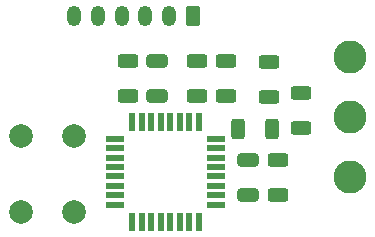
<source format=gbr>
%TF.GenerationSoftware,KiCad,Pcbnew,(6.0.4)*%
%TF.CreationDate,2022-08-12T18:59:09-04:00*%
%TF.ProjectId,Atmega_remote,41746d65-6761-45f7-9265-6d6f74652e6b,rev?*%
%TF.SameCoordinates,Original*%
%TF.FileFunction,Soldermask,Top*%
%TF.FilePolarity,Negative*%
%FSLAX46Y46*%
G04 Gerber Fmt 4.6, Leading zero omitted, Abs format (unit mm)*
G04 Created by KiCad (PCBNEW (6.0.4)) date 2022-08-12 18:59:09*
%MOMM*%
%LPD*%
G01*
G04 APERTURE LIST*
G04 Aperture macros list*
%AMRoundRect*
0 Rectangle with rounded corners*
0 $1 Rounding radius*
0 $2 $3 $4 $5 $6 $7 $8 $9 X,Y pos of 4 corners*
0 Add a 4 corners polygon primitive as box body*
4,1,4,$2,$3,$4,$5,$6,$7,$8,$9,$2,$3,0*
0 Add four circle primitives for the rounded corners*
1,1,$1+$1,$2,$3*
1,1,$1+$1,$4,$5*
1,1,$1+$1,$6,$7*
1,1,$1+$1,$8,$9*
0 Add four rect primitives between the rounded corners*
20,1,$1+$1,$2,$3,$4,$5,0*
20,1,$1+$1,$4,$5,$6,$7,0*
20,1,$1+$1,$6,$7,$8,$9,0*
20,1,$1+$1,$8,$9,$2,$3,0*%
G04 Aperture macros list end*
%ADD10RoundRect,0.250000X0.625000X-0.312500X0.625000X0.312500X-0.625000X0.312500X-0.625000X-0.312500X0*%
%ADD11RoundRect,0.250000X-0.625000X0.312500X-0.625000X-0.312500X0.625000X-0.312500X0.625000X0.312500X0*%
%ADD12RoundRect,0.250000X0.650000X-0.325000X0.650000X0.325000X-0.650000X0.325000X-0.650000X-0.325000X0*%
%ADD13C,2.800000*%
%ADD14C,2.000000*%
%ADD15RoundRect,0.250000X0.350000X0.625000X-0.350000X0.625000X-0.350000X-0.625000X0.350000X-0.625000X0*%
%ADD16O,1.200000X1.750000*%
%ADD17R,1.600000X0.550000*%
%ADD18R,0.550000X1.600000*%
%ADD19RoundRect,0.250000X-0.312500X-0.625000X0.312500X-0.625000X0.312500X0.625000X-0.312500X0.625000X0*%
G04 APERTURE END LIST*
D10*
%TO.C,J*%
X140900000Y-74037500D03*
X140900000Y-76962500D03*
%TD*%
D11*
%TO.C,R5*%
X138900000Y-79737500D03*
X138900000Y-82662500D03*
%TD*%
D12*
%TO.C,C2*%
X128700000Y-74275000D03*
X128700000Y-71325000D03*
%TD*%
%TO.C,C1*%
X136400000Y-82675000D03*
X136400000Y-79725000D03*
%TD*%
D10*
%TO.C,J*%
X138200000Y-74362500D03*
X138200000Y-71437500D03*
%TD*%
D13*
%TO.C,TP0*%
X145000000Y-76080000D03*
%TD*%
D14*
%TO.C,SW1*%
X117150000Y-84150000D03*
X117150000Y-77650000D03*
X121650000Y-84150000D03*
X121650000Y-77650000D03*
%TD*%
D10*
%TO.C,R2*%
X132100000Y-74262500D03*
X132100000Y-71337500D03*
%TD*%
D15*
%TO.C,J1*%
X131700000Y-67500000D03*
D16*
X129700000Y-67500000D03*
X127700000Y-67500000D03*
X125700000Y-67500000D03*
X123700000Y-67500000D03*
X121700000Y-67500000D03*
%TD*%
D13*
%TO.C,TP1*%
X145000000Y-81160000D03*
%TD*%
%TO.C,TP2*%
X145000000Y-71000000D03*
%TD*%
D10*
%TO.C,R1*%
X126200000Y-74262500D03*
X126200000Y-71337500D03*
%TD*%
D17*
%TO.C,U1*%
X125150000Y-77900000D03*
X125150000Y-78700000D03*
X125150000Y-79500000D03*
X125150000Y-80300000D03*
X125150000Y-81100000D03*
X125150000Y-81900000D03*
X125150000Y-82700000D03*
X125150000Y-83500000D03*
D18*
X126600000Y-84950000D03*
X127400000Y-84950000D03*
X128200000Y-84950000D03*
X129000000Y-84950000D03*
X129800000Y-84950000D03*
X130600000Y-84950000D03*
X131400000Y-84950000D03*
X132200000Y-84950000D03*
D17*
X133650000Y-83500000D03*
X133650000Y-82700000D03*
X133650000Y-81900000D03*
X133650000Y-81100000D03*
X133650000Y-80300000D03*
X133650000Y-79500000D03*
X133650000Y-78700000D03*
X133650000Y-77900000D03*
D18*
X132200000Y-76450000D03*
X131400000Y-76450000D03*
X130600000Y-76450000D03*
X129800000Y-76450000D03*
X129000000Y-76450000D03*
X128200000Y-76450000D03*
X127400000Y-76450000D03*
X126600000Y-76450000D03*
%TD*%
D19*
%TO.C,R4*%
X135537500Y-77100000D03*
X138462500Y-77100000D03*
%TD*%
D10*
%TO.C,R3*%
X134500000Y-74262500D03*
X134500000Y-71337500D03*
%TD*%
M02*

</source>
